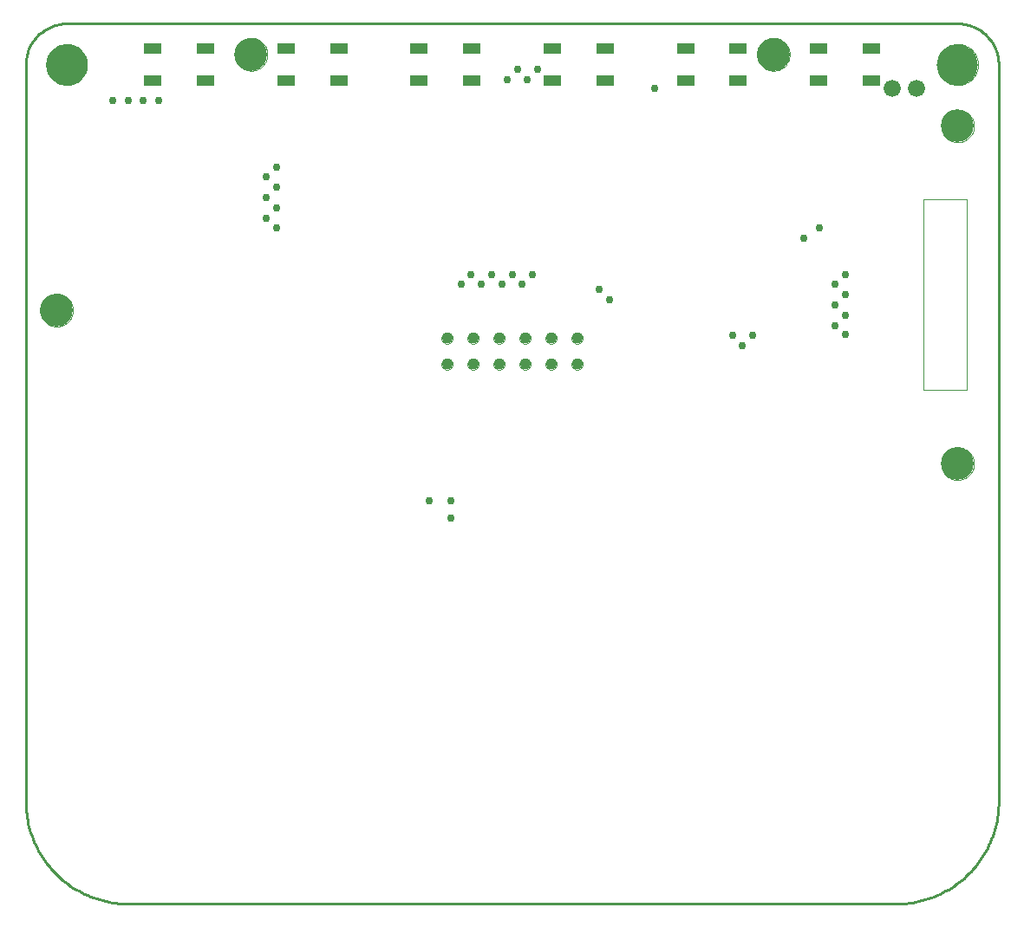
<source format=gbs>
G75*
%MOIN*%
%OFA0B0*%
%FSLAX24Y24*%
%IPPOS*%
%LPD*%
%AMOC8*
5,1,8,0,0,1.08239X$1,22.5*
%
%ADD10C,0.0100*%
%ADD11C,0.0000*%
%ADD12C,0.1575*%
%ADD13C,0.0039*%
%ADD14C,0.1260*%
%ADD15R,0.0650X0.0394*%
%ADD16C,0.0660*%
%ADD17C,0.0433*%
%ADD18C,0.0300*%
D10*
X005927Y004947D02*
X035455Y004947D01*
X035579Y004949D01*
X035702Y004955D01*
X035826Y004964D01*
X035948Y004978D01*
X036071Y004995D01*
X036193Y005017D01*
X036314Y005042D01*
X036434Y005071D01*
X036553Y005103D01*
X036672Y005140D01*
X036789Y005180D01*
X036904Y005223D01*
X037019Y005271D01*
X037131Y005322D01*
X037242Y005376D01*
X037352Y005434D01*
X037459Y005495D01*
X037565Y005560D01*
X037668Y005628D01*
X037769Y005699D01*
X037868Y005773D01*
X037965Y005850D01*
X038059Y005931D01*
X038150Y006014D01*
X038239Y006100D01*
X038325Y006189D01*
X038408Y006280D01*
X038489Y006374D01*
X038566Y006471D01*
X038640Y006570D01*
X038711Y006671D01*
X038779Y006774D01*
X038844Y006880D01*
X038905Y006987D01*
X038963Y007097D01*
X039017Y007208D01*
X039068Y007320D01*
X039116Y007435D01*
X039159Y007550D01*
X039199Y007667D01*
X039236Y007786D01*
X039268Y007905D01*
X039297Y008025D01*
X039322Y008146D01*
X039344Y008268D01*
X039361Y008391D01*
X039375Y008513D01*
X039384Y008637D01*
X039390Y008760D01*
X039392Y008884D01*
X039392Y037231D01*
X039390Y037308D01*
X039384Y037385D01*
X039375Y037462D01*
X039362Y037538D01*
X039345Y037614D01*
X039324Y037688D01*
X039300Y037762D01*
X039272Y037834D01*
X039241Y037904D01*
X039206Y037973D01*
X039168Y038041D01*
X039127Y038106D01*
X039082Y038169D01*
X039034Y038230D01*
X038984Y038289D01*
X038931Y038345D01*
X038875Y038398D01*
X038816Y038448D01*
X038755Y038496D01*
X038692Y038541D01*
X038627Y038582D01*
X038559Y038620D01*
X038490Y038655D01*
X038420Y038686D01*
X038348Y038714D01*
X038274Y038738D01*
X038200Y038759D01*
X038124Y038776D01*
X038048Y038789D01*
X037971Y038798D01*
X037894Y038804D01*
X037817Y038806D01*
X003565Y038806D01*
X003488Y038804D01*
X003411Y038798D01*
X003334Y038789D01*
X003258Y038776D01*
X003182Y038759D01*
X003108Y038738D01*
X003034Y038714D01*
X002962Y038686D01*
X002892Y038655D01*
X002823Y038620D01*
X002755Y038582D01*
X002690Y038541D01*
X002627Y038496D01*
X002566Y038448D01*
X002507Y038398D01*
X002451Y038345D01*
X002398Y038289D01*
X002348Y038230D01*
X002300Y038169D01*
X002255Y038106D01*
X002214Y038041D01*
X002176Y037973D01*
X002141Y037904D01*
X002110Y037834D01*
X002082Y037762D01*
X002058Y037688D01*
X002037Y037614D01*
X002020Y037538D01*
X002007Y037462D01*
X001998Y037385D01*
X001992Y037308D01*
X001990Y037231D01*
X001990Y008884D01*
X001992Y008760D01*
X001998Y008637D01*
X002007Y008513D01*
X002021Y008391D01*
X002038Y008268D01*
X002060Y008146D01*
X002085Y008025D01*
X002114Y007905D01*
X002146Y007786D01*
X002183Y007667D01*
X002223Y007550D01*
X002266Y007435D01*
X002314Y007320D01*
X002365Y007208D01*
X002419Y007097D01*
X002477Y006987D01*
X002538Y006880D01*
X002603Y006774D01*
X002671Y006671D01*
X002742Y006570D01*
X002816Y006471D01*
X002893Y006374D01*
X002974Y006280D01*
X003057Y006189D01*
X003143Y006100D01*
X003232Y006014D01*
X003323Y005931D01*
X003417Y005850D01*
X003514Y005773D01*
X003613Y005699D01*
X003714Y005628D01*
X003817Y005560D01*
X003923Y005495D01*
X004030Y005434D01*
X004140Y005376D01*
X004251Y005322D01*
X004363Y005271D01*
X004478Y005223D01*
X004593Y005180D01*
X004710Y005140D01*
X004829Y005103D01*
X004948Y005071D01*
X005068Y005042D01*
X005189Y005017D01*
X005311Y004995D01*
X005434Y004978D01*
X005556Y004964D01*
X005680Y004955D01*
X005803Y004949D01*
X005927Y004947D01*
D11*
X017974Y025707D02*
X017976Y025736D01*
X017982Y025764D01*
X017991Y025792D01*
X018004Y025818D01*
X018021Y025841D01*
X018040Y025863D01*
X018062Y025882D01*
X018087Y025897D01*
X018113Y025910D01*
X018141Y025918D01*
X018169Y025923D01*
X018198Y025924D01*
X018227Y025921D01*
X018255Y025914D01*
X018282Y025904D01*
X018308Y025890D01*
X018331Y025873D01*
X018352Y025853D01*
X018370Y025830D01*
X018385Y025805D01*
X018396Y025778D01*
X018404Y025750D01*
X018408Y025721D01*
X018408Y025693D01*
X018404Y025664D01*
X018396Y025636D01*
X018385Y025609D01*
X018370Y025584D01*
X018352Y025561D01*
X018331Y025541D01*
X018308Y025524D01*
X018282Y025510D01*
X018255Y025500D01*
X018227Y025493D01*
X018198Y025490D01*
X018169Y025491D01*
X018141Y025496D01*
X018113Y025504D01*
X018087Y025517D01*
X018062Y025532D01*
X018040Y025551D01*
X018021Y025573D01*
X018004Y025596D01*
X017991Y025622D01*
X017982Y025650D01*
X017976Y025678D01*
X017974Y025707D01*
X017974Y026707D02*
X017976Y026736D01*
X017982Y026764D01*
X017991Y026792D01*
X018004Y026818D01*
X018021Y026841D01*
X018040Y026863D01*
X018062Y026882D01*
X018087Y026897D01*
X018113Y026910D01*
X018141Y026918D01*
X018169Y026923D01*
X018198Y026924D01*
X018227Y026921D01*
X018255Y026914D01*
X018282Y026904D01*
X018308Y026890D01*
X018331Y026873D01*
X018352Y026853D01*
X018370Y026830D01*
X018385Y026805D01*
X018396Y026778D01*
X018404Y026750D01*
X018408Y026721D01*
X018408Y026693D01*
X018404Y026664D01*
X018396Y026636D01*
X018385Y026609D01*
X018370Y026584D01*
X018352Y026561D01*
X018331Y026541D01*
X018308Y026524D01*
X018282Y026510D01*
X018255Y026500D01*
X018227Y026493D01*
X018198Y026490D01*
X018169Y026491D01*
X018141Y026496D01*
X018113Y026504D01*
X018087Y026517D01*
X018062Y026532D01*
X018040Y026551D01*
X018021Y026573D01*
X018004Y026596D01*
X017991Y026622D01*
X017982Y026650D01*
X017976Y026678D01*
X017974Y026707D01*
X018974Y026707D02*
X018976Y026736D01*
X018982Y026764D01*
X018991Y026792D01*
X019004Y026818D01*
X019021Y026841D01*
X019040Y026863D01*
X019062Y026882D01*
X019087Y026897D01*
X019113Y026910D01*
X019141Y026918D01*
X019169Y026923D01*
X019198Y026924D01*
X019227Y026921D01*
X019255Y026914D01*
X019282Y026904D01*
X019308Y026890D01*
X019331Y026873D01*
X019352Y026853D01*
X019370Y026830D01*
X019385Y026805D01*
X019396Y026778D01*
X019404Y026750D01*
X019408Y026721D01*
X019408Y026693D01*
X019404Y026664D01*
X019396Y026636D01*
X019385Y026609D01*
X019370Y026584D01*
X019352Y026561D01*
X019331Y026541D01*
X019308Y026524D01*
X019282Y026510D01*
X019255Y026500D01*
X019227Y026493D01*
X019198Y026490D01*
X019169Y026491D01*
X019141Y026496D01*
X019113Y026504D01*
X019087Y026517D01*
X019062Y026532D01*
X019040Y026551D01*
X019021Y026573D01*
X019004Y026596D01*
X018991Y026622D01*
X018982Y026650D01*
X018976Y026678D01*
X018974Y026707D01*
X018974Y025707D02*
X018976Y025736D01*
X018982Y025764D01*
X018991Y025792D01*
X019004Y025818D01*
X019021Y025841D01*
X019040Y025863D01*
X019062Y025882D01*
X019087Y025897D01*
X019113Y025910D01*
X019141Y025918D01*
X019169Y025923D01*
X019198Y025924D01*
X019227Y025921D01*
X019255Y025914D01*
X019282Y025904D01*
X019308Y025890D01*
X019331Y025873D01*
X019352Y025853D01*
X019370Y025830D01*
X019385Y025805D01*
X019396Y025778D01*
X019404Y025750D01*
X019408Y025721D01*
X019408Y025693D01*
X019404Y025664D01*
X019396Y025636D01*
X019385Y025609D01*
X019370Y025584D01*
X019352Y025561D01*
X019331Y025541D01*
X019308Y025524D01*
X019282Y025510D01*
X019255Y025500D01*
X019227Y025493D01*
X019198Y025490D01*
X019169Y025491D01*
X019141Y025496D01*
X019113Y025504D01*
X019087Y025517D01*
X019062Y025532D01*
X019040Y025551D01*
X019021Y025573D01*
X019004Y025596D01*
X018991Y025622D01*
X018982Y025650D01*
X018976Y025678D01*
X018974Y025707D01*
X019974Y025707D02*
X019976Y025736D01*
X019982Y025764D01*
X019991Y025792D01*
X020004Y025818D01*
X020021Y025841D01*
X020040Y025863D01*
X020062Y025882D01*
X020087Y025897D01*
X020113Y025910D01*
X020141Y025918D01*
X020169Y025923D01*
X020198Y025924D01*
X020227Y025921D01*
X020255Y025914D01*
X020282Y025904D01*
X020308Y025890D01*
X020331Y025873D01*
X020352Y025853D01*
X020370Y025830D01*
X020385Y025805D01*
X020396Y025778D01*
X020404Y025750D01*
X020408Y025721D01*
X020408Y025693D01*
X020404Y025664D01*
X020396Y025636D01*
X020385Y025609D01*
X020370Y025584D01*
X020352Y025561D01*
X020331Y025541D01*
X020308Y025524D01*
X020282Y025510D01*
X020255Y025500D01*
X020227Y025493D01*
X020198Y025490D01*
X020169Y025491D01*
X020141Y025496D01*
X020113Y025504D01*
X020087Y025517D01*
X020062Y025532D01*
X020040Y025551D01*
X020021Y025573D01*
X020004Y025596D01*
X019991Y025622D01*
X019982Y025650D01*
X019976Y025678D01*
X019974Y025707D01*
X019974Y026707D02*
X019976Y026736D01*
X019982Y026764D01*
X019991Y026792D01*
X020004Y026818D01*
X020021Y026841D01*
X020040Y026863D01*
X020062Y026882D01*
X020087Y026897D01*
X020113Y026910D01*
X020141Y026918D01*
X020169Y026923D01*
X020198Y026924D01*
X020227Y026921D01*
X020255Y026914D01*
X020282Y026904D01*
X020308Y026890D01*
X020331Y026873D01*
X020352Y026853D01*
X020370Y026830D01*
X020385Y026805D01*
X020396Y026778D01*
X020404Y026750D01*
X020408Y026721D01*
X020408Y026693D01*
X020404Y026664D01*
X020396Y026636D01*
X020385Y026609D01*
X020370Y026584D01*
X020352Y026561D01*
X020331Y026541D01*
X020308Y026524D01*
X020282Y026510D01*
X020255Y026500D01*
X020227Y026493D01*
X020198Y026490D01*
X020169Y026491D01*
X020141Y026496D01*
X020113Y026504D01*
X020087Y026517D01*
X020062Y026532D01*
X020040Y026551D01*
X020021Y026573D01*
X020004Y026596D01*
X019991Y026622D01*
X019982Y026650D01*
X019976Y026678D01*
X019974Y026707D01*
X020974Y026707D02*
X020976Y026736D01*
X020982Y026764D01*
X020991Y026792D01*
X021004Y026818D01*
X021021Y026841D01*
X021040Y026863D01*
X021062Y026882D01*
X021087Y026897D01*
X021113Y026910D01*
X021141Y026918D01*
X021169Y026923D01*
X021198Y026924D01*
X021227Y026921D01*
X021255Y026914D01*
X021282Y026904D01*
X021308Y026890D01*
X021331Y026873D01*
X021352Y026853D01*
X021370Y026830D01*
X021385Y026805D01*
X021396Y026778D01*
X021404Y026750D01*
X021408Y026721D01*
X021408Y026693D01*
X021404Y026664D01*
X021396Y026636D01*
X021385Y026609D01*
X021370Y026584D01*
X021352Y026561D01*
X021331Y026541D01*
X021308Y026524D01*
X021282Y026510D01*
X021255Y026500D01*
X021227Y026493D01*
X021198Y026490D01*
X021169Y026491D01*
X021141Y026496D01*
X021113Y026504D01*
X021087Y026517D01*
X021062Y026532D01*
X021040Y026551D01*
X021021Y026573D01*
X021004Y026596D01*
X020991Y026622D01*
X020982Y026650D01*
X020976Y026678D01*
X020974Y026707D01*
X020974Y025707D02*
X020976Y025736D01*
X020982Y025764D01*
X020991Y025792D01*
X021004Y025818D01*
X021021Y025841D01*
X021040Y025863D01*
X021062Y025882D01*
X021087Y025897D01*
X021113Y025910D01*
X021141Y025918D01*
X021169Y025923D01*
X021198Y025924D01*
X021227Y025921D01*
X021255Y025914D01*
X021282Y025904D01*
X021308Y025890D01*
X021331Y025873D01*
X021352Y025853D01*
X021370Y025830D01*
X021385Y025805D01*
X021396Y025778D01*
X021404Y025750D01*
X021408Y025721D01*
X021408Y025693D01*
X021404Y025664D01*
X021396Y025636D01*
X021385Y025609D01*
X021370Y025584D01*
X021352Y025561D01*
X021331Y025541D01*
X021308Y025524D01*
X021282Y025510D01*
X021255Y025500D01*
X021227Y025493D01*
X021198Y025490D01*
X021169Y025491D01*
X021141Y025496D01*
X021113Y025504D01*
X021087Y025517D01*
X021062Y025532D01*
X021040Y025551D01*
X021021Y025573D01*
X021004Y025596D01*
X020991Y025622D01*
X020982Y025650D01*
X020976Y025678D01*
X020974Y025707D01*
X021974Y025707D02*
X021976Y025736D01*
X021982Y025764D01*
X021991Y025792D01*
X022004Y025818D01*
X022021Y025841D01*
X022040Y025863D01*
X022062Y025882D01*
X022087Y025897D01*
X022113Y025910D01*
X022141Y025918D01*
X022169Y025923D01*
X022198Y025924D01*
X022227Y025921D01*
X022255Y025914D01*
X022282Y025904D01*
X022308Y025890D01*
X022331Y025873D01*
X022352Y025853D01*
X022370Y025830D01*
X022385Y025805D01*
X022396Y025778D01*
X022404Y025750D01*
X022408Y025721D01*
X022408Y025693D01*
X022404Y025664D01*
X022396Y025636D01*
X022385Y025609D01*
X022370Y025584D01*
X022352Y025561D01*
X022331Y025541D01*
X022308Y025524D01*
X022282Y025510D01*
X022255Y025500D01*
X022227Y025493D01*
X022198Y025490D01*
X022169Y025491D01*
X022141Y025496D01*
X022113Y025504D01*
X022087Y025517D01*
X022062Y025532D01*
X022040Y025551D01*
X022021Y025573D01*
X022004Y025596D01*
X021991Y025622D01*
X021982Y025650D01*
X021976Y025678D01*
X021974Y025707D01*
X021974Y026707D02*
X021976Y026736D01*
X021982Y026764D01*
X021991Y026792D01*
X022004Y026818D01*
X022021Y026841D01*
X022040Y026863D01*
X022062Y026882D01*
X022087Y026897D01*
X022113Y026910D01*
X022141Y026918D01*
X022169Y026923D01*
X022198Y026924D01*
X022227Y026921D01*
X022255Y026914D01*
X022282Y026904D01*
X022308Y026890D01*
X022331Y026873D01*
X022352Y026853D01*
X022370Y026830D01*
X022385Y026805D01*
X022396Y026778D01*
X022404Y026750D01*
X022408Y026721D01*
X022408Y026693D01*
X022404Y026664D01*
X022396Y026636D01*
X022385Y026609D01*
X022370Y026584D01*
X022352Y026561D01*
X022331Y026541D01*
X022308Y026524D01*
X022282Y026510D01*
X022255Y026500D01*
X022227Y026493D01*
X022198Y026490D01*
X022169Y026491D01*
X022141Y026496D01*
X022113Y026504D01*
X022087Y026517D01*
X022062Y026532D01*
X022040Y026551D01*
X022021Y026573D01*
X022004Y026596D01*
X021991Y026622D01*
X021982Y026650D01*
X021976Y026678D01*
X021974Y026707D01*
X022974Y026707D02*
X022976Y026736D01*
X022982Y026764D01*
X022991Y026792D01*
X023004Y026818D01*
X023021Y026841D01*
X023040Y026863D01*
X023062Y026882D01*
X023087Y026897D01*
X023113Y026910D01*
X023141Y026918D01*
X023169Y026923D01*
X023198Y026924D01*
X023227Y026921D01*
X023255Y026914D01*
X023282Y026904D01*
X023308Y026890D01*
X023331Y026873D01*
X023352Y026853D01*
X023370Y026830D01*
X023385Y026805D01*
X023396Y026778D01*
X023404Y026750D01*
X023408Y026721D01*
X023408Y026693D01*
X023404Y026664D01*
X023396Y026636D01*
X023385Y026609D01*
X023370Y026584D01*
X023352Y026561D01*
X023331Y026541D01*
X023308Y026524D01*
X023282Y026510D01*
X023255Y026500D01*
X023227Y026493D01*
X023198Y026490D01*
X023169Y026491D01*
X023141Y026496D01*
X023113Y026504D01*
X023087Y026517D01*
X023062Y026532D01*
X023040Y026551D01*
X023021Y026573D01*
X023004Y026596D01*
X022991Y026622D01*
X022982Y026650D01*
X022976Y026678D01*
X022974Y026707D01*
X022974Y025707D02*
X022976Y025736D01*
X022982Y025764D01*
X022991Y025792D01*
X023004Y025818D01*
X023021Y025841D01*
X023040Y025863D01*
X023062Y025882D01*
X023087Y025897D01*
X023113Y025910D01*
X023141Y025918D01*
X023169Y025923D01*
X023198Y025924D01*
X023227Y025921D01*
X023255Y025914D01*
X023282Y025904D01*
X023308Y025890D01*
X023331Y025873D01*
X023352Y025853D01*
X023370Y025830D01*
X023385Y025805D01*
X023396Y025778D01*
X023404Y025750D01*
X023408Y025721D01*
X023408Y025693D01*
X023404Y025664D01*
X023396Y025636D01*
X023385Y025609D01*
X023370Y025584D01*
X023352Y025561D01*
X023331Y025541D01*
X023308Y025524D01*
X023282Y025510D01*
X023255Y025500D01*
X023227Y025493D01*
X023198Y025490D01*
X023169Y025491D01*
X023141Y025496D01*
X023113Y025504D01*
X023087Y025517D01*
X023062Y025532D01*
X023040Y025551D01*
X023021Y025573D01*
X023004Y025596D01*
X022991Y025622D01*
X022982Y025650D01*
X022976Y025678D01*
X022974Y025707D01*
X030101Y037624D02*
X030103Y037674D01*
X030109Y037724D01*
X030119Y037773D01*
X030133Y037821D01*
X030150Y037868D01*
X030171Y037913D01*
X030196Y037957D01*
X030224Y037998D01*
X030256Y038037D01*
X030290Y038074D01*
X030327Y038108D01*
X030367Y038138D01*
X030409Y038165D01*
X030453Y038189D01*
X030499Y038210D01*
X030546Y038226D01*
X030594Y038239D01*
X030644Y038248D01*
X030693Y038253D01*
X030744Y038254D01*
X030794Y038251D01*
X030843Y038244D01*
X030892Y038233D01*
X030940Y038218D01*
X030986Y038200D01*
X031031Y038178D01*
X031074Y038152D01*
X031115Y038123D01*
X031154Y038091D01*
X031190Y038056D01*
X031222Y038018D01*
X031252Y037978D01*
X031279Y037935D01*
X031302Y037891D01*
X031321Y037845D01*
X031337Y037797D01*
X031349Y037748D01*
X031357Y037699D01*
X031361Y037649D01*
X031361Y037599D01*
X031357Y037549D01*
X031349Y037500D01*
X031337Y037451D01*
X031321Y037403D01*
X031302Y037357D01*
X031279Y037313D01*
X031252Y037270D01*
X031222Y037230D01*
X031190Y037192D01*
X031154Y037157D01*
X031115Y037125D01*
X031074Y037096D01*
X031031Y037070D01*
X030986Y037048D01*
X030940Y037030D01*
X030892Y037015D01*
X030843Y037004D01*
X030794Y036997D01*
X030744Y036994D01*
X030693Y036995D01*
X030644Y037000D01*
X030594Y037009D01*
X030546Y037022D01*
X030499Y037038D01*
X030453Y037059D01*
X030409Y037083D01*
X030367Y037110D01*
X030327Y037140D01*
X030290Y037174D01*
X030256Y037211D01*
X030224Y037250D01*
X030196Y037291D01*
X030171Y037335D01*
X030150Y037380D01*
X030133Y037427D01*
X030119Y037475D01*
X030109Y037524D01*
X030103Y037574D01*
X030101Y037624D01*
X036518Y032034D02*
X036518Y031561D01*
X037187Y034869D02*
X037189Y034919D01*
X037195Y034969D01*
X037205Y035018D01*
X037219Y035066D01*
X037236Y035113D01*
X037257Y035158D01*
X037282Y035202D01*
X037310Y035243D01*
X037342Y035282D01*
X037376Y035319D01*
X037413Y035353D01*
X037453Y035383D01*
X037495Y035410D01*
X037539Y035434D01*
X037585Y035455D01*
X037632Y035471D01*
X037680Y035484D01*
X037730Y035493D01*
X037779Y035498D01*
X037830Y035499D01*
X037880Y035496D01*
X037929Y035489D01*
X037978Y035478D01*
X038026Y035463D01*
X038072Y035445D01*
X038117Y035423D01*
X038160Y035397D01*
X038201Y035368D01*
X038240Y035336D01*
X038276Y035301D01*
X038308Y035263D01*
X038338Y035223D01*
X038365Y035180D01*
X038388Y035136D01*
X038407Y035090D01*
X038423Y035042D01*
X038435Y034993D01*
X038443Y034944D01*
X038447Y034894D01*
X038447Y034844D01*
X038443Y034794D01*
X038435Y034745D01*
X038423Y034696D01*
X038407Y034648D01*
X038388Y034602D01*
X038365Y034558D01*
X038338Y034515D01*
X038308Y034475D01*
X038276Y034437D01*
X038240Y034402D01*
X038201Y034370D01*
X038160Y034341D01*
X038117Y034315D01*
X038072Y034293D01*
X038026Y034275D01*
X037978Y034260D01*
X037929Y034249D01*
X037880Y034242D01*
X037830Y034239D01*
X037779Y034240D01*
X037730Y034245D01*
X037680Y034254D01*
X037632Y034267D01*
X037585Y034283D01*
X037539Y034304D01*
X037495Y034328D01*
X037453Y034355D01*
X037413Y034385D01*
X037376Y034419D01*
X037342Y034456D01*
X037310Y034495D01*
X037282Y034536D01*
X037257Y034580D01*
X037236Y034625D01*
X037219Y034672D01*
X037205Y034720D01*
X037195Y034769D01*
X037189Y034819D01*
X037187Y034869D01*
X037030Y037231D02*
X037032Y037287D01*
X037038Y037342D01*
X037048Y037396D01*
X037061Y037450D01*
X037079Y037503D01*
X037100Y037554D01*
X037124Y037604D01*
X037152Y037652D01*
X037184Y037698D01*
X037218Y037742D01*
X037256Y037783D01*
X037296Y037821D01*
X037339Y037856D01*
X037384Y037888D01*
X037432Y037917D01*
X037481Y037943D01*
X037532Y037965D01*
X037584Y037983D01*
X037638Y037997D01*
X037693Y038008D01*
X037748Y038015D01*
X037803Y038018D01*
X037859Y038017D01*
X037914Y038012D01*
X037969Y038003D01*
X038023Y037991D01*
X038076Y037974D01*
X038128Y037954D01*
X038178Y037930D01*
X038226Y037903D01*
X038273Y037873D01*
X038317Y037839D01*
X038359Y037802D01*
X038397Y037762D01*
X038434Y037720D01*
X038467Y037675D01*
X038496Y037629D01*
X038523Y037580D01*
X038545Y037529D01*
X038565Y037477D01*
X038580Y037423D01*
X038592Y037369D01*
X038600Y037314D01*
X038604Y037259D01*
X038604Y037203D01*
X038600Y037148D01*
X038592Y037093D01*
X038580Y037039D01*
X038565Y036985D01*
X038545Y036933D01*
X038523Y036882D01*
X038496Y036833D01*
X038467Y036787D01*
X038434Y036742D01*
X038397Y036700D01*
X038359Y036660D01*
X038317Y036623D01*
X038273Y036589D01*
X038226Y036559D01*
X038178Y036532D01*
X038128Y036508D01*
X038076Y036488D01*
X038023Y036471D01*
X037969Y036459D01*
X037914Y036450D01*
X037859Y036445D01*
X037803Y036444D01*
X037748Y036447D01*
X037693Y036454D01*
X037638Y036465D01*
X037584Y036479D01*
X037532Y036497D01*
X037481Y036519D01*
X037432Y036545D01*
X037384Y036574D01*
X037339Y036606D01*
X037296Y036641D01*
X037256Y036679D01*
X037218Y036720D01*
X037184Y036764D01*
X037152Y036810D01*
X037124Y036858D01*
X037100Y036908D01*
X037079Y036959D01*
X037061Y037012D01*
X037048Y037066D01*
X037038Y037120D01*
X037032Y037175D01*
X037030Y037231D01*
X037187Y021876D02*
X037189Y021926D01*
X037195Y021976D01*
X037205Y022025D01*
X037219Y022073D01*
X037236Y022120D01*
X037257Y022165D01*
X037282Y022209D01*
X037310Y022250D01*
X037342Y022289D01*
X037376Y022326D01*
X037413Y022360D01*
X037453Y022390D01*
X037495Y022417D01*
X037539Y022441D01*
X037585Y022462D01*
X037632Y022478D01*
X037680Y022491D01*
X037730Y022500D01*
X037779Y022505D01*
X037830Y022506D01*
X037880Y022503D01*
X037929Y022496D01*
X037978Y022485D01*
X038026Y022470D01*
X038072Y022452D01*
X038117Y022430D01*
X038160Y022404D01*
X038201Y022375D01*
X038240Y022343D01*
X038276Y022308D01*
X038308Y022270D01*
X038338Y022230D01*
X038365Y022187D01*
X038388Y022143D01*
X038407Y022097D01*
X038423Y022049D01*
X038435Y022000D01*
X038443Y021951D01*
X038447Y021901D01*
X038447Y021851D01*
X038443Y021801D01*
X038435Y021752D01*
X038423Y021703D01*
X038407Y021655D01*
X038388Y021609D01*
X038365Y021565D01*
X038338Y021522D01*
X038308Y021482D01*
X038276Y021444D01*
X038240Y021409D01*
X038201Y021377D01*
X038160Y021348D01*
X038117Y021322D01*
X038072Y021300D01*
X038026Y021282D01*
X037978Y021267D01*
X037929Y021256D01*
X037880Y021249D01*
X037830Y021246D01*
X037779Y021247D01*
X037730Y021252D01*
X037680Y021261D01*
X037632Y021274D01*
X037585Y021290D01*
X037539Y021311D01*
X037495Y021335D01*
X037453Y021362D01*
X037413Y021392D01*
X037376Y021426D01*
X037342Y021463D01*
X037310Y021502D01*
X037282Y021543D01*
X037257Y021587D01*
X037236Y021632D01*
X037219Y021679D01*
X037205Y021727D01*
X037195Y021776D01*
X037189Y021826D01*
X037187Y021876D01*
X010022Y037624D02*
X010024Y037674D01*
X010030Y037724D01*
X010040Y037773D01*
X010054Y037821D01*
X010071Y037868D01*
X010092Y037913D01*
X010117Y037957D01*
X010145Y037998D01*
X010177Y038037D01*
X010211Y038074D01*
X010248Y038108D01*
X010288Y038138D01*
X010330Y038165D01*
X010374Y038189D01*
X010420Y038210D01*
X010467Y038226D01*
X010515Y038239D01*
X010565Y038248D01*
X010614Y038253D01*
X010665Y038254D01*
X010715Y038251D01*
X010764Y038244D01*
X010813Y038233D01*
X010861Y038218D01*
X010907Y038200D01*
X010952Y038178D01*
X010995Y038152D01*
X011036Y038123D01*
X011075Y038091D01*
X011111Y038056D01*
X011143Y038018D01*
X011173Y037978D01*
X011200Y037935D01*
X011223Y037891D01*
X011242Y037845D01*
X011258Y037797D01*
X011270Y037748D01*
X011278Y037699D01*
X011282Y037649D01*
X011282Y037599D01*
X011278Y037549D01*
X011270Y037500D01*
X011258Y037451D01*
X011242Y037403D01*
X011223Y037357D01*
X011200Y037313D01*
X011173Y037270D01*
X011143Y037230D01*
X011111Y037192D01*
X011075Y037157D01*
X011036Y037125D01*
X010995Y037096D01*
X010952Y037070D01*
X010907Y037048D01*
X010861Y037030D01*
X010813Y037015D01*
X010764Y037004D01*
X010715Y036997D01*
X010665Y036994D01*
X010614Y036995D01*
X010565Y037000D01*
X010515Y037009D01*
X010467Y037022D01*
X010420Y037038D01*
X010374Y037059D01*
X010330Y037083D01*
X010288Y037110D01*
X010248Y037140D01*
X010211Y037174D01*
X010177Y037211D01*
X010145Y037250D01*
X010117Y037291D01*
X010092Y037335D01*
X010071Y037380D01*
X010054Y037427D01*
X010040Y037475D01*
X010030Y037524D01*
X010024Y037574D01*
X010022Y037624D01*
X002778Y037231D02*
X002780Y037287D01*
X002786Y037342D01*
X002796Y037396D01*
X002809Y037450D01*
X002827Y037503D01*
X002848Y037554D01*
X002872Y037604D01*
X002900Y037652D01*
X002932Y037698D01*
X002966Y037742D01*
X003004Y037783D01*
X003044Y037821D01*
X003087Y037856D01*
X003132Y037888D01*
X003180Y037917D01*
X003229Y037943D01*
X003280Y037965D01*
X003332Y037983D01*
X003386Y037997D01*
X003441Y038008D01*
X003496Y038015D01*
X003551Y038018D01*
X003607Y038017D01*
X003662Y038012D01*
X003717Y038003D01*
X003771Y037991D01*
X003824Y037974D01*
X003876Y037954D01*
X003926Y037930D01*
X003974Y037903D01*
X004021Y037873D01*
X004065Y037839D01*
X004107Y037802D01*
X004145Y037762D01*
X004182Y037720D01*
X004215Y037675D01*
X004244Y037629D01*
X004271Y037580D01*
X004293Y037529D01*
X004313Y037477D01*
X004328Y037423D01*
X004340Y037369D01*
X004348Y037314D01*
X004352Y037259D01*
X004352Y037203D01*
X004348Y037148D01*
X004340Y037093D01*
X004328Y037039D01*
X004313Y036985D01*
X004293Y036933D01*
X004271Y036882D01*
X004244Y036833D01*
X004215Y036787D01*
X004182Y036742D01*
X004145Y036700D01*
X004107Y036660D01*
X004065Y036623D01*
X004021Y036589D01*
X003974Y036559D01*
X003926Y036532D01*
X003876Y036508D01*
X003824Y036488D01*
X003771Y036471D01*
X003717Y036459D01*
X003662Y036450D01*
X003607Y036445D01*
X003551Y036444D01*
X003496Y036447D01*
X003441Y036454D01*
X003386Y036465D01*
X003332Y036479D01*
X003280Y036497D01*
X003229Y036519D01*
X003180Y036545D01*
X003132Y036574D01*
X003087Y036606D01*
X003044Y036641D01*
X003004Y036679D01*
X002966Y036720D01*
X002932Y036764D01*
X002900Y036810D01*
X002872Y036858D01*
X002848Y036908D01*
X002827Y036959D01*
X002809Y037012D01*
X002796Y037066D01*
X002786Y037120D01*
X002780Y037175D01*
X002778Y037231D01*
X002541Y027782D02*
X002543Y027832D01*
X002549Y027882D01*
X002559Y027931D01*
X002573Y027979D01*
X002590Y028026D01*
X002611Y028071D01*
X002636Y028115D01*
X002664Y028156D01*
X002696Y028195D01*
X002730Y028232D01*
X002767Y028266D01*
X002807Y028296D01*
X002849Y028323D01*
X002893Y028347D01*
X002939Y028368D01*
X002986Y028384D01*
X003034Y028397D01*
X003084Y028406D01*
X003133Y028411D01*
X003184Y028412D01*
X003234Y028409D01*
X003283Y028402D01*
X003332Y028391D01*
X003380Y028376D01*
X003426Y028358D01*
X003471Y028336D01*
X003514Y028310D01*
X003555Y028281D01*
X003594Y028249D01*
X003630Y028214D01*
X003662Y028176D01*
X003692Y028136D01*
X003719Y028093D01*
X003742Y028049D01*
X003761Y028003D01*
X003777Y027955D01*
X003789Y027906D01*
X003797Y027857D01*
X003801Y027807D01*
X003801Y027757D01*
X003797Y027707D01*
X003789Y027658D01*
X003777Y027609D01*
X003761Y027561D01*
X003742Y027515D01*
X003719Y027471D01*
X003692Y027428D01*
X003662Y027388D01*
X003630Y027350D01*
X003594Y027315D01*
X003555Y027283D01*
X003514Y027254D01*
X003471Y027228D01*
X003426Y027206D01*
X003380Y027188D01*
X003332Y027173D01*
X003283Y027162D01*
X003234Y027155D01*
X003184Y027152D01*
X003133Y027153D01*
X003084Y027158D01*
X003034Y027167D01*
X002986Y027180D01*
X002939Y027196D01*
X002893Y027217D01*
X002849Y027241D01*
X002807Y027268D01*
X002767Y027298D01*
X002730Y027332D01*
X002696Y027369D01*
X002664Y027408D01*
X002636Y027449D01*
X002611Y027493D01*
X002590Y027538D01*
X002573Y027585D01*
X002559Y027633D01*
X002549Y027682D01*
X002543Y027732D01*
X002541Y027782D01*
D12*
X003565Y037231D03*
X037817Y037231D03*
D13*
X038171Y032034D02*
X036518Y032034D01*
X036518Y024711D01*
X038171Y024711D01*
X038171Y032034D01*
D14*
X037817Y034869D03*
X030731Y037624D03*
X037817Y021876D03*
X010652Y037624D03*
X003171Y027782D03*
D15*
X006881Y036601D03*
X006881Y037861D03*
X008910Y037861D03*
X008910Y036601D03*
X011999Y036601D03*
X011999Y037861D03*
X014029Y037861D03*
X014029Y036601D03*
X017118Y036601D03*
X017118Y037861D03*
X019147Y037861D03*
X019147Y036601D03*
X022236Y036601D03*
X022236Y037861D03*
X024265Y037861D03*
X024265Y036601D03*
X027354Y036601D03*
X027354Y037861D03*
X029383Y037861D03*
X029383Y036601D03*
X032472Y036601D03*
X032472Y037861D03*
X034501Y037861D03*
X034501Y036601D03*
D16*
X035301Y036317D03*
X036219Y036325D03*
D17*
X023191Y026707D03*
X022191Y026707D03*
X022191Y025707D03*
X023191Y025707D03*
X021191Y025707D03*
X020191Y025707D03*
X020191Y026707D03*
X021191Y026707D03*
X019191Y026707D03*
X018191Y026707D03*
X018191Y025707D03*
X019191Y025707D03*
D18*
X019510Y028766D03*
X019116Y029160D03*
X018723Y028766D03*
X019904Y029160D03*
X020297Y028766D03*
X020691Y029160D03*
X021085Y028766D03*
X021479Y029160D03*
X024038Y028569D03*
X024431Y028176D03*
X029156Y026798D03*
X029549Y026404D03*
X029943Y026798D03*
X031912Y030538D03*
X032502Y030932D03*
X033486Y029160D03*
X033093Y028766D03*
X033486Y028373D03*
X033093Y027979D03*
X033486Y027585D03*
X033093Y027191D03*
X033486Y026837D03*
X026164Y036325D03*
X021675Y037034D03*
X021282Y036640D03*
X020888Y037034D03*
X020494Y036640D03*
X011636Y033294D03*
X011242Y032900D03*
X011636Y032506D03*
X011242Y032113D03*
X011636Y031719D03*
X011242Y031325D03*
X011636Y030932D03*
X007109Y035853D03*
X006518Y035853D03*
X005927Y035853D03*
X005337Y035853D03*
X017489Y020455D03*
X018329Y020452D03*
X018335Y019796D03*
M02*

</source>
